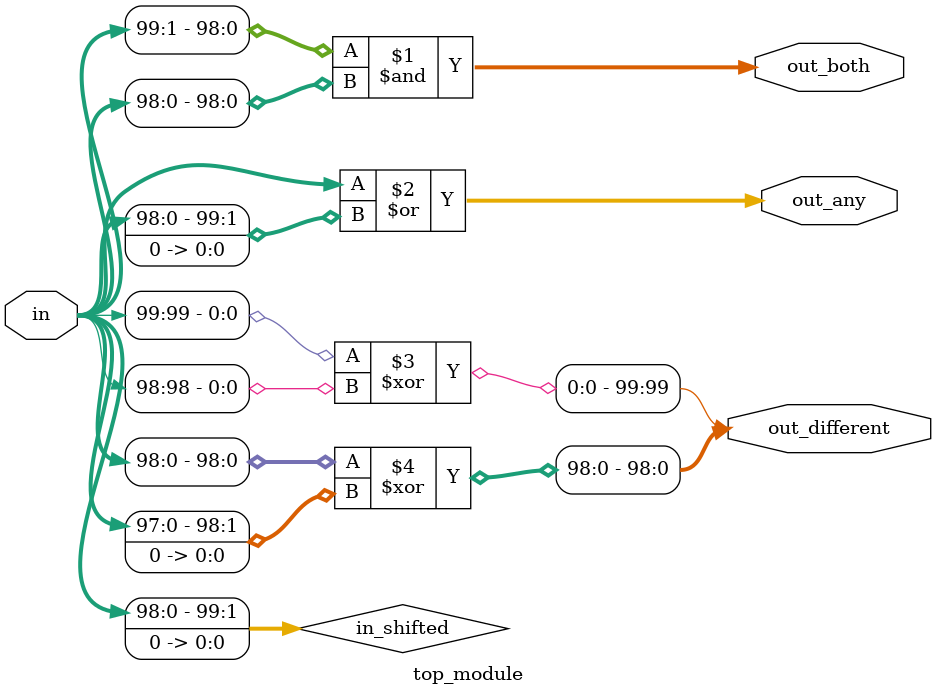
<source format=sv>
module top_module (
    input [99:0] in,
    output [98:0] out_both,
    output [99:0] out_any,
    output [99:0] out_different
);

    // Shift the input signal by one bit
    wire [99:0] in_shifted;
    assign in_shifted = {in[98:0], 1'b0}; // shift left by one bit

    // Generate the out_both signal
    assign out_both = in[99:1] & in_shifted[99:1];

    // Generate the out_any signal
    assign out_any = in | in_shifted;

    // Generate the out_different signal
    assign out_different[99] = in[99] ^ in_shifted[99];
    assign out_different[98:0] = in[98:0] ^ in_shifted[98:0];

endmodule

</source>
